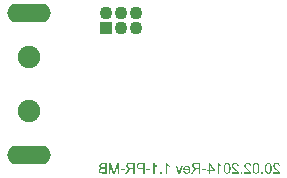
<source format=gbs>
%FSLAX44Y44*%
%MOMM*%
G71*
G01*
G75*
G04 Layer_Color=16711935*
%ADD10C,0.3000*%
%ADD11C,0.4000*%
%ADD12R,1.0000X1.0000*%
%ADD13R,2.1000X1.0000*%
%ADD14R,0.6000X0.6000*%
%ADD15R,3.9400X0.5000*%
%ADD16R,0.5000X2.0000*%
%ADD17R,2.6400X0.5000*%
%ADD18R,4.9000X0.5000*%
%ADD19R,0.5000X5.0000*%
%ADD20R,4.9000X0.9000*%
%ADD21R,0.5000X2.7000*%
%ADD22R,2.2000X1.0500*%
%ADD23R,1.0500X1.0000*%
%ADD24R,0.7500X0.6500*%
%ADD25R,0.2500X0.4000*%
%ADD26O,0.7500X0.2800*%
%ADD27O,0.2800X0.7500*%
%ADD28R,4.5000X4.5000*%
%ADD29R,0.6000X0.3500*%
%ADD30R,1.0000X1.6000*%
%ADD31R,0.6000X0.6000*%
%ADD32R,0.7000X0.9000*%
%ADD33C,0.1500*%
%ADD34C,0.2500*%
%ADD35R,0.5000X0.2259*%
%ADD36R,0.1818X0.4999*%
%ADD37R,0.4999X0.3145*%
%ADD38R,0.2939X0.5000*%
%ADD39R,0.2119X0.5000*%
%ADD40R,0.5860X0.9000*%
%ADD41R,0.4872X0.5000*%
%ADD42R,0.4658X0.5000*%
%ADD43R,0.4997X0.1609*%
%ADD44R,0.3013X0.5000*%
%ADD45R,0.8000X0.3000*%
%ADD46R,0.1270X0.9398*%
%ADD47R,1.0000X0.1000*%
%ADD48R,0.1000X0.7000*%
%ADD49R,0.9000X0.3000*%
%ADD50R,0.2000X0.8000*%
%ADD51R,0.2000X0.7000*%
%ADD52R,0.2000X0.6000*%
%ADD53R,0.8000X0.2000*%
%ADD54R,1.2056X0.3999*%
%ADD55R,0.2000X1.1000*%
%ADD56R,1.0562X0.1836*%
%ADD57R,0.5334X0.2032*%
%ADD58C,1.8000*%
%ADD59O,3.6000X1.5000*%
%ADD60C,1.0000*%
%ADD61R,1.0000X1.0000*%
%ADD62C,0.6000*%
%ADD63R,0.5000X15.1000*%
%ADD64R,1.2000X1.2000*%
%ADD65O,0.7000X0.2300*%
%ADD66O,0.2300X0.7000*%
%ADD67R,1.0000X1.0000*%
%ADD68R,0.5000X0.2500*%
%ADD69R,0.8000X1.4000*%
%ADD70R,1.1000X1.1000*%
%ADD71R,2.2000X1.1000*%
%ADD72R,0.7000X0.7000*%
%ADD73R,2.3000X1.1500*%
%ADD74R,1.1500X1.1000*%
%ADD75R,0.8500X0.7500*%
%ADD76O,0.8500X0.3800*%
%ADD77O,0.3800X0.8500*%
%ADD78R,0.7400X0.4900*%
%ADD79R,1.1000X1.7000*%
%ADD80R,0.7000X0.7000*%
%ADD81R,0.8000X1.0000*%
%ADD82C,1.9000*%
%ADD83O,3.7000X1.6000*%
%ADD84C,1.1000*%
%ADD85R,1.1000X1.1000*%
G36*
X2380848Y2443000D02*
X2379592D01*
Y2444257D01*
X2380848D01*
Y2443000D01*
D02*
G37*
G36*
X2357453Y2446161D02*
Y2445150D01*
X2353554D01*
Y2443000D01*
X2352453D01*
Y2445150D01*
X2351235D01*
Y2446161D01*
X2352453D01*
Y2451964D01*
X2353347D01*
X2357453Y2446161D01*
D02*
G37*
G36*
X2345471Y2443000D02*
X2344279D01*
Y2446977D01*
X2342751D01*
X2342608Y2446964D01*
X2342504D01*
X2342414Y2446951D01*
X2342349Y2446938D01*
X2342297D01*
X2342271Y2446925D01*
X2342258D01*
X2342051Y2446860D01*
X2341960Y2446821D01*
X2341882Y2446783D01*
X2341805Y2446744D01*
X2341753Y2446718D01*
X2341727Y2446705D01*
X2341714Y2446692D01*
X2341611Y2446614D01*
X2341507Y2446523D01*
X2341313Y2446329D01*
X2341222Y2446239D01*
X2341157Y2446161D01*
X2341118Y2446109D01*
X2341105Y2446096D01*
X2340976Y2445915D01*
X2340833Y2445720D01*
X2340691Y2445513D01*
X2340548Y2445319D01*
X2340432Y2445137D01*
X2340341Y2444995D01*
X2340302Y2444943D01*
X2340276Y2444904D01*
X2340250Y2444878D01*
Y2444865D01*
X2339072Y2443000D01*
X2337595D01*
X2339136Y2445435D01*
X2339318Y2445694D01*
X2339486Y2445928D01*
X2339655Y2446122D01*
X2339797Y2446303D01*
X2339926Y2446433D01*
X2340030Y2446537D01*
X2340095Y2446601D01*
X2340121Y2446627D01*
X2340224Y2446705D01*
X2340341Y2446796D01*
X2340574Y2446938D01*
X2340678Y2446990D01*
X2340755Y2447042D01*
X2340807Y2447068D01*
X2340833Y2447081D01*
X2340600Y2447119D01*
X2340380Y2447158D01*
X2340186Y2447223D01*
X2339991Y2447275D01*
X2339823Y2447340D01*
X2339667Y2447417D01*
X2339525Y2447482D01*
X2339395Y2447547D01*
X2339292Y2447625D01*
X2339188Y2447689D01*
X2339110Y2447741D01*
X2339046Y2447793D01*
X2338994Y2447832D01*
X2338955Y2447871D01*
X2338942Y2447884D01*
X2338929Y2447897D01*
X2338825Y2448026D01*
X2338722Y2448156D01*
X2338566Y2448428D01*
X2338463Y2448700D01*
X2338385Y2448959D01*
X2338333Y2449179D01*
X2338320Y2449270D01*
Y2449360D01*
X2338307Y2449425D01*
Y2449477D01*
Y2449503D01*
Y2449516D01*
X2338320Y2449788D01*
X2338359Y2450034D01*
X2338424Y2450267D01*
X2338489Y2450461D01*
X2338566Y2450630D01*
X2338618Y2450759D01*
X2338670Y2450837D01*
X2338683Y2450850D01*
Y2450863D01*
X2338838Y2451070D01*
X2338994Y2451252D01*
X2339162Y2451407D01*
X2339318Y2451524D01*
X2339460Y2451614D01*
X2339577Y2451666D01*
X2339655Y2451705D01*
X2339667Y2451718D01*
X2339680D01*
X2339797Y2451757D01*
X2339939Y2451796D01*
X2340224Y2451861D01*
X2340535Y2451899D01*
X2340820Y2451938D01*
X2341092Y2451951D01*
X2341209D01*
X2341313Y2451964D01*
X2345471D01*
Y2443000D01*
D02*
G37*
G36*
X2398271D02*
X2397015D01*
Y2444257D01*
X2398271D01*
Y2443000D01*
D02*
G37*
G36*
X2327853D02*
X2326804D01*
X2324330Y2449503D01*
X2325470D01*
X2326908Y2445526D01*
X2326998Y2445267D01*
X2327089Y2445034D01*
X2327154Y2444814D01*
X2327219Y2444645D01*
X2327258Y2444490D01*
X2327296Y2444386D01*
X2327309Y2444321D01*
X2327322Y2444295D01*
X2327400Y2444541D01*
X2327465Y2444788D01*
X2327543Y2445008D01*
X2327607Y2445202D01*
X2327659Y2445371D01*
X2327698Y2445500D01*
X2327711Y2445539D01*
X2327724Y2445578D01*
X2327737Y2445591D01*
Y2445604D01*
X2329136Y2449503D01*
X2330302D01*
X2327853Y2443000D01*
D02*
G37*
G36*
X2276594D02*
X2275454D01*
Y2450630D01*
X2272864Y2443000D01*
X2271801D01*
X2269185Y2450500D01*
Y2443000D01*
X2268045D01*
Y2451964D01*
X2269638D01*
X2271788Y2445720D01*
X2271905Y2445384D01*
X2271996Y2445099D01*
X2272086Y2444852D01*
X2272151Y2444645D01*
X2272203Y2444490D01*
X2272242Y2444373D01*
X2272255Y2444308D01*
X2272268Y2444283D01*
X2272320Y2444464D01*
X2272384Y2444671D01*
X2272462Y2444891D01*
X2272527Y2445112D01*
X2272592Y2445306D01*
X2272643Y2445461D01*
X2272669Y2445526D01*
X2272682Y2445565D01*
X2272695Y2445591D01*
Y2445604D01*
X2274820Y2451964D01*
X2276594D01*
Y2443000D01*
D02*
G37*
G36*
X2334175Y2449633D02*
X2334408Y2449607D01*
X2334628Y2449568D01*
X2334836Y2449503D01*
X2335030Y2449438D01*
X2335211Y2449360D01*
X2335380Y2449283D01*
X2335522Y2449192D01*
X2335665Y2449114D01*
X2335781Y2449024D01*
X2335885Y2448946D01*
X2335963Y2448881D01*
X2336027Y2448816D01*
X2336079Y2448777D01*
X2336105Y2448752D01*
X2336118Y2448739D01*
X2336261Y2448557D01*
X2336390Y2448363D01*
X2336507Y2448169D01*
X2336610Y2447961D01*
X2336688Y2447741D01*
X2336753Y2447534D01*
X2336856Y2447119D01*
X2336895Y2446938D01*
X2336921Y2446757D01*
X2336934Y2446601D01*
X2336947Y2446459D01*
X2336960Y2446342D01*
Y2446264D01*
Y2446200D01*
Y2446187D01*
X2336947Y2445902D01*
X2336921Y2445630D01*
X2336882Y2445371D01*
X2336830Y2445137D01*
X2336766Y2444917D01*
X2336701Y2444710D01*
X2336623Y2444529D01*
X2336546Y2444360D01*
X2336468Y2444218D01*
X2336390Y2444088D01*
X2336325Y2443985D01*
X2336261Y2443894D01*
X2336209Y2443816D01*
X2336170Y2443764D01*
X2336144Y2443738D01*
X2336131Y2443725D01*
X2335963Y2443570D01*
X2335794Y2443441D01*
X2335613Y2443324D01*
X2335419Y2443220D01*
X2335237Y2443143D01*
X2335043Y2443065D01*
X2334680Y2442961D01*
X2334512Y2442935D01*
X2334356Y2442909D01*
X2334214Y2442883D01*
X2334097Y2442870D01*
X2334007Y2442858D01*
X2333864D01*
X2333462Y2442883D01*
X2333100Y2442948D01*
X2332776Y2443026D01*
X2332646Y2443078D01*
X2332517Y2443130D01*
X2332400Y2443181D01*
X2332297Y2443233D01*
X2332219Y2443272D01*
X2332141Y2443311D01*
X2332089Y2443350D01*
X2332050Y2443376D01*
X2332025Y2443402D01*
X2332012D01*
X2331752Y2443635D01*
X2331545Y2443881D01*
X2331364Y2444140D01*
X2331234Y2444386D01*
X2331131Y2444606D01*
X2331092Y2444710D01*
X2331053Y2444788D01*
X2331027Y2444865D01*
X2331014Y2444917D01*
X2331001Y2444943D01*
Y2444956D01*
X2332141Y2445099D01*
X2332245Y2444852D01*
X2332361Y2444645D01*
X2332478Y2444464D01*
X2332582Y2444321D01*
X2332672Y2444218D01*
X2332750Y2444140D01*
X2332815Y2444088D01*
X2332828Y2444075D01*
X2332996Y2443972D01*
X2333165Y2443894D01*
X2333346Y2443842D01*
X2333501Y2443803D01*
X2333644Y2443777D01*
X2333760Y2443764D01*
X2333864D01*
X2334019Y2443777D01*
X2334162Y2443790D01*
X2334421Y2443855D01*
X2334654Y2443946D01*
X2334861Y2444049D01*
X2335017Y2444140D01*
X2335134Y2444231D01*
X2335211Y2444295D01*
X2335224Y2444321D01*
X2335237D01*
X2335419Y2444554D01*
X2335561Y2444814D01*
X2335665Y2445099D01*
X2335742Y2445358D01*
X2335781Y2445591D01*
X2335807Y2445694D01*
X2335820Y2445785D01*
Y2445863D01*
X2335833Y2445915D01*
Y2445954D01*
Y2445966D01*
X2330975D01*
X2330962Y2446096D01*
Y2446187D01*
Y2446239D01*
Y2446252D01*
X2330975Y2446549D01*
X2331001Y2446821D01*
X2331040Y2447081D01*
X2331092Y2447327D01*
X2331157Y2447547D01*
X2331221Y2447754D01*
X2331299Y2447935D01*
X2331377Y2448104D01*
X2331455Y2448259D01*
X2331532Y2448389D01*
X2331597Y2448492D01*
X2331662Y2448583D01*
X2331714Y2448661D01*
X2331752Y2448713D01*
X2331778Y2448739D01*
X2331791Y2448752D01*
X2331947Y2448907D01*
X2332115Y2449050D01*
X2332297Y2449166D01*
X2332478Y2449270D01*
X2332659Y2449360D01*
X2332828Y2449425D01*
X2333009Y2449490D01*
X2333165Y2449529D01*
X2333333Y2449568D01*
X2333475Y2449594D01*
X2333605Y2449619D01*
X2333709Y2449633D01*
X2333799Y2449645D01*
X2333929D01*
X2334175Y2449633D01*
D02*
G37*
G36*
X2403284Y2451977D02*
X2403608Y2451925D01*
X2403880Y2451835D01*
X2404114Y2451744D01*
X2404308Y2451640D01*
X2404386Y2451602D01*
X2404450Y2451550D01*
X2404502Y2451524D01*
X2404541Y2451498D01*
X2404554Y2451472D01*
X2404567D01*
X2404800Y2451265D01*
X2404994Y2451019D01*
X2405163Y2450772D01*
X2405292Y2450539D01*
X2405396Y2450319D01*
X2405448Y2450228D01*
X2405474Y2450138D01*
X2405500Y2450073D01*
X2405526Y2450021D01*
X2405538Y2449995D01*
Y2449982D01*
X2405590Y2449788D01*
X2405642Y2449594D01*
X2405720Y2449166D01*
X2405785Y2448739D01*
X2405824Y2448337D01*
X2405836Y2448143D01*
X2405849Y2447974D01*
Y2447819D01*
X2405862Y2447676D01*
Y2447573D01*
Y2447482D01*
Y2447430D01*
Y2447417D01*
X2405849Y2446964D01*
X2405824Y2446537D01*
X2405785Y2446148D01*
X2405720Y2445785D01*
X2405655Y2445448D01*
X2405577Y2445150D01*
X2405500Y2444878D01*
X2405422Y2444645D01*
X2405344Y2444438D01*
X2405253Y2444257D01*
X2405189Y2444101D01*
X2405124Y2443985D01*
X2405059Y2443881D01*
X2405020Y2443816D01*
X2404994Y2443777D01*
X2404982Y2443764D01*
X2404839Y2443609D01*
X2404684Y2443466D01*
X2404515Y2443337D01*
X2404347Y2443233D01*
X2404178Y2443143D01*
X2404010Y2443065D01*
X2403842Y2443013D01*
X2403686Y2442961D01*
X2403531Y2442922D01*
X2403388Y2442896D01*
X2403259Y2442870D01*
X2403155Y2442858D01*
X2403064Y2442845D01*
X2402935D01*
X2402585Y2442870D01*
X2402261Y2442922D01*
X2401989Y2443013D01*
X2401756Y2443104D01*
X2401562Y2443194D01*
X2401497Y2443246D01*
X2401432Y2443285D01*
X2401380Y2443311D01*
X2401341Y2443337D01*
X2401328Y2443363D01*
X2401315D01*
X2401082Y2443583D01*
X2400888Y2443816D01*
X2400720Y2444075D01*
X2400590Y2444308D01*
X2400486Y2444529D01*
X2400435Y2444619D01*
X2400409Y2444710D01*
X2400383Y2444775D01*
X2400357Y2444827D01*
X2400344Y2444852D01*
Y2444865D01*
X2400279Y2445060D01*
X2400227Y2445254D01*
X2400150Y2445668D01*
X2400085Y2446096D01*
X2400046Y2446511D01*
X2400033Y2446692D01*
X2400020Y2446860D01*
Y2447016D01*
X2400007Y2447158D01*
Y2447262D01*
Y2447353D01*
Y2447404D01*
Y2447417D01*
Y2447664D01*
X2400020Y2447897D01*
Y2448104D01*
X2400033Y2448311D01*
X2400059Y2448492D01*
X2400072Y2448674D01*
X2400085Y2448829D01*
X2400111Y2448972D01*
X2400124Y2449101D01*
X2400150Y2449218D01*
X2400163Y2449309D01*
X2400175Y2449386D01*
X2400188Y2449451D01*
X2400201Y2449490D01*
X2400214Y2449516D01*
Y2449529D01*
X2400292Y2449814D01*
X2400383Y2450073D01*
X2400486Y2450293D01*
X2400564Y2450487D01*
X2400655Y2450656D01*
X2400707Y2450772D01*
X2400759Y2450837D01*
X2400771Y2450863D01*
X2400914Y2451057D01*
X2401056Y2451226D01*
X2401212Y2451368D01*
X2401354Y2451498D01*
X2401484Y2451588D01*
X2401588Y2451653D01*
X2401652Y2451692D01*
X2401665Y2451705D01*
X2401678D01*
X2401886Y2451809D01*
X2402106Y2451873D01*
X2402313Y2451925D01*
X2402507Y2451964D01*
X2402676Y2451990D01*
X2402818Y2452003D01*
X2402935D01*
X2403284Y2451977D01*
D02*
G37*
G36*
X2392831D02*
X2393154Y2451925D01*
X2393427Y2451835D01*
X2393660Y2451744D01*
X2393854Y2451640D01*
X2393932Y2451602D01*
X2393996Y2451550D01*
X2394048Y2451524D01*
X2394087Y2451498D01*
X2394100Y2451472D01*
X2394113D01*
X2394346Y2451265D01*
X2394541Y2451019D01*
X2394709Y2450772D01*
X2394839Y2450539D01*
X2394942Y2450319D01*
X2394994Y2450228D01*
X2395020Y2450138D01*
X2395046Y2450073D01*
X2395072Y2450021D01*
X2395085Y2449995D01*
Y2449982D01*
X2395136Y2449788D01*
X2395188Y2449594D01*
X2395266Y2449166D01*
X2395331Y2448739D01*
X2395370Y2448337D01*
X2395383Y2448143D01*
X2395396Y2447974D01*
Y2447819D01*
X2395408Y2447676D01*
Y2447573D01*
Y2447482D01*
Y2447430D01*
Y2447417D01*
X2395396Y2446964D01*
X2395370Y2446537D01*
X2395331Y2446148D01*
X2395266Y2445785D01*
X2395201Y2445448D01*
X2395123Y2445150D01*
X2395046Y2444878D01*
X2394968Y2444645D01*
X2394890Y2444438D01*
X2394800Y2444257D01*
X2394735Y2444101D01*
X2394670Y2443985D01*
X2394605Y2443881D01*
X2394566Y2443816D01*
X2394541Y2443777D01*
X2394528Y2443764D01*
X2394385Y2443609D01*
X2394230Y2443466D01*
X2394061Y2443337D01*
X2393893Y2443233D01*
X2393724Y2443143D01*
X2393556Y2443065D01*
X2393388Y2443013D01*
X2393232Y2442961D01*
X2393077Y2442922D01*
X2392934Y2442896D01*
X2392805Y2442870D01*
X2392701Y2442858D01*
X2392610Y2442845D01*
X2392481D01*
X2392131Y2442870D01*
X2391807Y2442922D01*
X2391535Y2443013D01*
X2391302Y2443104D01*
X2391108Y2443194D01*
X2391043Y2443246D01*
X2390978Y2443285D01*
X2390926Y2443311D01*
X2390887Y2443337D01*
X2390875Y2443363D01*
X2390862D01*
X2390628Y2443583D01*
X2390434Y2443816D01*
X2390266Y2444075D01*
X2390136Y2444308D01*
X2390033Y2444529D01*
X2389981Y2444619D01*
X2389955Y2444710D01*
X2389929Y2444775D01*
X2389903Y2444827D01*
X2389890Y2444852D01*
Y2444865D01*
X2389825Y2445060D01*
X2389774Y2445254D01*
X2389696Y2445668D01*
X2389631Y2446096D01*
X2389592Y2446511D01*
X2389579Y2446692D01*
X2389566Y2446860D01*
Y2447016D01*
X2389553Y2447158D01*
Y2447262D01*
Y2447353D01*
Y2447404D01*
Y2447417D01*
Y2447664D01*
X2389566Y2447897D01*
Y2448104D01*
X2389579Y2448311D01*
X2389605Y2448492D01*
X2389618Y2448674D01*
X2389631Y2448829D01*
X2389657Y2448972D01*
X2389670Y2449101D01*
X2389696Y2449218D01*
X2389709Y2449309D01*
X2389722Y2449386D01*
X2389735Y2449451D01*
X2389748Y2449490D01*
X2389760Y2449516D01*
Y2449529D01*
X2389838Y2449814D01*
X2389929Y2450073D01*
X2390033Y2450293D01*
X2390110Y2450487D01*
X2390201Y2450656D01*
X2390253Y2450772D01*
X2390305Y2450837D01*
X2390318Y2450863D01*
X2390460Y2451057D01*
X2390603Y2451226D01*
X2390758Y2451368D01*
X2390901Y2451498D01*
X2391030Y2451588D01*
X2391134Y2451653D01*
X2391198Y2451692D01*
X2391211Y2451705D01*
X2391224D01*
X2391432Y2451809D01*
X2391652Y2451873D01*
X2391859Y2451925D01*
X2392053Y2451964D01*
X2392222Y2451990D01*
X2392364Y2452003D01*
X2392481D01*
X2392831Y2451977D01*
D02*
G37*
G36*
X2368438D02*
X2368762Y2451925D01*
X2369034Y2451835D01*
X2369267Y2451744D01*
X2369462Y2451640D01*
X2369539Y2451602D01*
X2369604Y2451550D01*
X2369656Y2451524D01*
X2369695Y2451498D01*
X2369708Y2451472D01*
X2369721D01*
X2369954Y2451265D01*
X2370148Y2451019D01*
X2370317Y2450772D01*
X2370446Y2450539D01*
X2370550Y2450319D01*
X2370602Y2450228D01*
X2370627Y2450138D01*
X2370653Y2450073D01*
X2370679Y2450021D01*
X2370692Y2449995D01*
Y2449982D01*
X2370744Y2449788D01*
X2370796Y2449594D01*
X2370874Y2449166D01*
X2370938Y2448739D01*
X2370977Y2448337D01*
X2370990Y2448143D01*
X2371003Y2447974D01*
Y2447819D01*
X2371016Y2447676D01*
Y2447573D01*
Y2447482D01*
Y2447430D01*
Y2447417D01*
X2371003Y2446964D01*
X2370977Y2446537D01*
X2370938Y2446148D01*
X2370874Y2445785D01*
X2370809Y2445448D01*
X2370731Y2445150D01*
X2370653Y2444878D01*
X2370576Y2444645D01*
X2370498Y2444438D01*
X2370407Y2444257D01*
X2370343Y2444101D01*
X2370278Y2443985D01*
X2370213Y2443881D01*
X2370174Y2443816D01*
X2370148Y2443777D01*
X2370135Y2443764D01*
X2369993Y2443609D01*
X2369837Y2443466D01*
X2369669Y2443337D01*
X2369500Y2443233D01*
X2369332Y2443143D01*
X2369164Y2443065D01*
X2368995Y2443013D01*
X2368840Y2442961D01*
X2368684Y2442922D01*
X2368542Y2442896D01*
X2368412Y2442870D01*
X2368309Y2442858D01*
X2368218Y2442845D01*
X2368089D01*
X2367739Y2442870D01*
X2367415Y2442922D01*
X2367143Y2443013D01*
X2366910Y2443104D01*
X2366715Y2443194D01*
X2366651Y2443246D01*
X2366586Y2443285D01*
X2366534Y2443311D01*
X2366495Y2443337D01*
X2366482Y2443363D01*
X2366469D01*
X2366236Y2443583D01*
X2366042Y2443816D01*
X2365873Y2444075D01*
X2365744Y2444308D01*
X2365640Y2444529D01*
X2365588Y2444619D01*
X2365562Y2444710D01*
X2365536Y2444775D01*
X2365511Y2444827D01*
X2365498Y2444852D01*
Y2444865D01*
X2365433Y2445060D01*
X2365381Y2445254D01*
X2365303Y2445668D01*
X2365239Y2446096D01*
X2365200Y2446511D01*
X2365187Y2446692D01*
X2365174Y2446860D01*
Y2447016D01*
X2365161Y2447158D01*
Y2447262D01*
Y2447353D01*
Y2447404D01*
Y2447417D01*
Y2447664D01*
X2365174Y2447897D01*
Y2448104D01*
X2365187Y2448311D01*
X2365213Y2448492D01*
X2365226Y2448674D01*
X2365239Y2448829D01*
X2365264Y2448972D01*
X2365278Y2449101D01*
X2365303Y2449218D01*
X2365316Y2449309D01*
X2365329Y2449386D01*
X2365342Y2449451D01*
X2365355Y2449490D01*
X2365368Y2449516D01*
Y2449529D01*
X2365446Y2449814D01*
X2365536Y2450073D01*
X2365640Y2450293D01*
X2365718Y2450487D01*
X2365809Y2450656D01*
X2365860Y2450772D01*
X2365912Y2450837D01*
X2365925Y2450863D01*
X2366068Y2451057D01*
X2366210Y2451226D01*
X2366366Y2451368D01*
X2366508Y2451498D01*
X2366638Y2451588D01*
X2366741Y2451653D01*
X2366806Y2451692D01*
X2366819Y2451705D01*
X2366832D01*
X2367039Y2451809D01*
X2367259Y2451873D01*
X2367467Y2451925D01*
X2367661Y2451964D01*
X2367829Y2451990D01*
X2367972Y2452003D01*
X2368089D01*
X2368438Y2451977D01*
D02*
G37*
G36*
X2266166Y2443000D02*
X2262747D01*
X2262436Y2443013D01*
X2262164Y2443026D01*
X2261918Y2443052D01*
X2261710Y2443078D01*
X2261542Y2443104D01*
X2261412Y2443117D01*
X2261335Y2443143D01*
X2261309D01*
X2261088Y2443207D01*
X2260907Y2443272D01*
X2260739Y2443350D01*
X2260596Y2443427D01*
X2260480Y2443479D01*
X2260389Y2443531D01*
X2260337Y2443570D01*
X2260324Y2443583D01*
X2260182Y2443699D01*
X2260052Y2443842D01*
X2259948Y2443985D01*
X2259845Y2444114D01*
X2259767Y2444244D01*
X2259715Y2444334D01*
X2259677Y2444399D01*
X2259664Y2444425D01*
X2259573Y2444632D01*
X2259508Y2444839D01*
X2259456Y2445034D01*
X2259430Y2445215D01*
X2259404Y2445371D01*
X2259391Y2445500D01*
Y2445578D01*
Y2445591D01*
Y2445604D01*
X2259404Y2445889D01*
X2259456Y2446148D01*
X2259534Y2446368D01*
X2259612Y2446575D01*
X2259689Y2446731D01*
X2259767Y2446847D01*
X2259819Y2446925D01*
X2259832Y2446951D01*
X2260013Y2447158D01*
X2260208Y2447327D01*
X2260428Y2447469D01*
X2260622Y2447586D01*
X2260804Y2447676D01*
X2260959Y2447728D01*
X2261011Y2447754D01*
X2261050Y2447767D01*
X2261075Y2447780D01*
X2261088D01*
X2260868Y2447910D01*
X2260674Y2448039D01*
X2260518Y2448182D01*
X2260389Y2448311D01*
X2260285Y2448415D01*
X2260208Y2448518D01*
X2260169Y2448570D01*
X2260156Y2448596D01*
X2260052Y2448790D01*
X2259974Y2448972D01*
X2259910Y2449153D01*
X2259871Y2449322D01*
X2259845Y2449464D01*
X2259832Y2449581D01*
Y2449645D01*
Y2449671D01*
X2259845Y2449892D01*
X2259884Y2450112D01*
X2259948Y2450306D01*
X2260013Y2450487D01*
X2260078Y2450643D01*
X2260143Y2450746D01*
X2260182Y2450824D01*
X2260195Y2450850D01*
X2260337Y2451044D01*
X2260493Y2451226D01*
X2260661Y2451368D01*
X2260816Y2451485D01*
X2260946Y2451576D01*
X2261062Y2451640D01*
X2261140Y2451679D01*
X2261153Y2451692D01*
X2261166D01*
X2261412Y2451783D01*
X2261684Y2451848D01*
X2261956Y2451899D01*
X2262215Y2451925D01*
X2262449Y2451951D01*
X2262552D01*
X2262643Y2451964D01*
X2266166D01*
Y2443000D01*
D02*
G37*
G36*
X2312581D02*
X2311324D01*
Y2444257D01*
X2312581D01*
Y2443000D01*
D02*
G37*
G36*
X2298124D02*
X2296932D01*
Y2446640D01*
X2294639D01*
X2294303Y2446653D01*
X2293979Y2446679D01*
X2293694Y2446718D01*
X2293435Y2446770D01*
X2293188Y2446821D01*
X2292981Y2446886D01*
X2292787Y2446964D01*
X2292619Y2447042D01*
X2292476Y2447106D01*
X2292346Y2447184D01*
X2292243Y2447249D01*
X2292165Y2447314D01*
X2292100Y2447353D01*
X2292061Y2447391D01*
X2292036Y2447417D01*
X2292023Y2447430D01*
X2291893Y2447586D01*
X2291776Y2447741D01*
X2291686Y2447897D01*
X2291595Y2448065D01*
X2291517Y2448233D01*
X2291466Y2448389D01*
X2291375Y2448687D01*
X2291349Y2448829D01*
X2291323Y2448959D01*
X2291310Y2449075D01*
X2291297Y2449166D01*
X2291284Y2449257D01*
Y2449309D01*
Y2449348D01*
Y2449360D01*
X2291297Y2449607D01*
X2291323Y2449840D01*
X2291375Y2450047D01*
X2291414Y2450228D01*
X2291466Y2450384D01*
X2291517Y2450500D01*
X2291543Y2450565D01*
X2291556Y2450591D01*
X2291660Y2450785D01*
X2291789Y2450954D01*
X2291906Y2451109D01*
X2292023Y2451226D01*
X2292126Y2451317D01*
X2292204Y2451394D01*
X2292256Y2451433D01*
X2292282Y2451446D01*
X2292450Y2451550D01*
X2292644Y2451640D01*
X2292826Y2451718D01*
X2292994Y2451783D01*
X2293150Y2451822D01*
X2293266Y2451848D01*
X2293357Y2451873D01*
X2293383D01*
X2293577Y2451899D01*
X2293797Y2451925D01*
X2294030Y2451938D01*
X2294251Y2451951D01*
X2294445Y2451964D01*
X2298124D01*
Y2443000D01*
D02*
G37*
G36*
X2289756D02*
X2288564D01*
Y2446977D01*
X2287035D01*
X2286893Y2446964D01*
X2286789D01*
X2286698Y2446951D01*
X2286634Y2446938D01*
X2286582D01*
X2286556Y2446925D01*
X2286543D01*
X2286336Y2446860D01*
X2286245Y2446821D01*
X2286167Y2446783D01*
X2286090Y2446744D01*
X2286038Y2446718D01*
X2286012Y2446705D01*
X2285999Y2446692D01*
X2285895Y2446614D01*
X2285792Y2446523D01*
X2285597Y2446329D01*
X2285507Y2446239D01*
X2285442Y2446161D01*
X2285403Y2446109D01*
X2285390Y2446096D01*
X2285261Y2445915D01*
X2285118Y2445720D01*
X2284976Y2445513D01*
X2284833Y2445319D01*
X2284716Y2445137D01*
X2284626Y2444995D01*
X2284587Y2444943D01*
X2284561Y2444904D01*
X2284535Y2444878D01*
Y2444865D01*
X2283356Y2443000D01*
X2281880D01*
X2283421Y2445435D01*
X2283602Y2445694D01*
X2283771Y2445928D01*
X2283939Y2446122D01*
X2284082Y2446303D01*
X2284211Y2446433D01*
X2284315Y2446537D01*
X2284380Y2446601D01*
X2284406Y2446627D01*
X2284509Y2446705D01*
X2284626Y2446796D01*
X2284859Y2446938D01*
X2284963Y2446990D01*
X2285040Y2447042D01*
X2285092Y2447068D01*
X2285118Y2447081D01*
X2284885Y2447119D01*
X2284665Y2447158D01*
X2284470Y2447223D01*
X2284276Y2447275D01*
X2284108Y2447340D01*
X2283952Y2447417D01*
X2283810Y2447482D01*
X2283680Y2447547D01*
X2283577Y2447625D01*
X2283473Y2447689D01*
X2283395Y2447741D01*
X2283331Y2447793D01*
X2283279Y2447832D01*
X2283240Y2447871D01*
X2283227Y2447884D01*
X2283214Y2447897D01*
X2283110Y2448026D01*
X2283007Y2448156D01*
X2282851Y2448428D01*
X2282747Y2448700D01*
X2282670Y2448959D01*
X2282618Y2449179D01*
X2282605Y2449270D01*
Y2449360D01*
X2282592Y2449425D01*
Y2449477D01*
Y2449503D01*
Y2449516D01*
X2282605Y2449788D01*
X2282644Y2450034D01*
X2282709Y2450267D01*
X2282773Y2450461D01*
X2282851Y2450630D01*
X2282903Y2450759D01*
X2282955Y2450837D01*
X2282968Y2450850D01*
Y2450863D01*
X2283123Y2451070D01*
X2283279Y2451252D01*
X2283447Y2451407D01*
X2283602Y2451524D01*
X2283745Y2451614D01*
X2283862Y2451666D01*
X2283939Y2451705D01*
X2283952Y2451718D01*
X2283965D01*
X2284082Y2451757D01*
X2284224Y2451796D01*
X2284509Y2451861D01*
X2284820Y2451899D01*
X2285105Y2451938D01*
X2285377Y2451951D01*
X2285494D01*
X2285597Y2451964D01*
X2289756D01*
Y2443000D01*
D02*
G37*
G36*
X2281310Y2445694D02*
X2277903D01*
Y2446796D01*
X2281310D01*
Y2445694D01*
D02*
G37*
G36*
X2360744Y2451783D02*
X2360886Y2451576D01*
X2361055Y2451368D01*
X2361210Y2451187D01*
X2361365Y2451031D01*
X2361482Y2450902D01*
X2361534Y2450863D01*
X2361573Y2450824D01*
X2361586Y2450811D01*
X2361599Y2450798D01*
X2361871Y2450578D01*
X2362143Y2450371D01*
X2362402Y2450190D01*
X2362661Y2450047D01*
X2362881Y2449917D01*
X2362972Y2449866D01*
X2363049Y2449827D01*
X2363114Y2449788D01*
X2363166Y2449775D01*
X2363192Y2449749D01*
X2363205D01*
Y2448687D01*
X2363011Y2448764D01*
X2362816Y2448855D01*
X2362622Y2448946D01*
X2362440Y2449037D01*
X2362285Y2449114D01*
X2362155Y2449179D01*
X2362078Y2449231D01*
X2362065Y2449244D01*
X2362052D01*
X2361819Y2449386D01*
X2361611Y2449529D01*
X2361430Y2449658D01*
X2361288Y2449775D01*
X2361158Y2449866D01*
X2361080Y2449943D01*
X2361016Y2449995D01*
X2361003Y2450008D01*
Y2443000D01*
X2359902D01*
Y2452003D01*
X2360614D01*
X2360744Y2451783D01*
D02*
G37*
G36*
X2375252Y2451990D02*
X2375472Y2451977D01*
X2375679Y2451938D01*
X2375874Y2451899D01*
X2376055Y2451848D01*
X2376224Y2451796D01*
X2376379Y2451731D01*
X2376521Y2451666D01*
X2376651Y2451602D01*
X2376755Y2451537D01*
X2376845Y2451485D01*
X2376923Y2451433D01*
X2376988Y2451394D01*
X2377027Y2451355D01*
X2377053Y2451342D01*
X2377066Y2451329D01*
X2377195Y2451200D01*
X2377312Y2451057D01*
X2377428Y2450902D01*
X2377519Y2450746D01*
X2377674Y2450436D01*
X2377778Y2450125D01*
X2377817Y2449982D01*
X2377856Y2449840D01*
X2377882Y2449723D01*
X2377908Y2449619D01*
X2377921Y2449529D01*
Y2449464D01*
X2377934Y2449425D01*
Y2449412D01*
X2376806Y2449296D01*
X2376781Y2449594D01*
X2376729Y2449853D01*
X2376651Y2450086D01*
X2376560Y2450267D01*
X2376483Y2450423D01*
X2376405Y2450526D01*
X2376353Y2450591D01*
X2376327Y2450617D01*
X2376133Y2450772D01*
X2375926Y2450889D01*
X2375705Y2450980D01*
X2375511Y2451031D01*
X2375330Y2451070D01*
X2375174Y2451083D01*
X2375123Y2451096D01*
X2375045D01*
X2374773Y2451083D01*
X2374527Y2451031D01*
X2374319Y2450954D01*
X2374138Y2450876D01*
X2373996Y2450785D01*
X2373905Y2450721D01*
X2373840Y2450669D01*
X2373814Y2450643D01*
X2373659Y2450461D01*
X2373542Y2450280D01*
X2373451Y2450099D01*
X2373400Y2449917D01*
X2373361Y2449775D01*
X2373348Y2449645D01*
X2373335Y2449568D01*
Y2449555D01*
Y2449542D01*
X2373361Y2449309D01*
X2373413Y2449062D01*
X2373503Y2448842D01*
X2373594Y2448635D01*
X2373698Y2448467D01*
X2373788Y2448324D01*
X2373814Y2448272D01*
X2373840Y2448233D01*
X2373866Y2448221D01*
Y2448208D01*
X2373970Y2448065D01*
X2374099Y2447923D01*
X2374242Y2447767D01*
X2374397Y2447612D01*
X2374721Y2447301D01*
X2375045Y2446990D01*
X2375213Y2446847D01*
X2375356Y2446718D01*
X2375498Y2446601D01*
X2375615Y2446498D01*
X2375705Y2446420D01*
X2375783Y2446355D01*
X2375835Y2446316D01*
X2375848Y2446303D01*
X2376172Y2446031D01*
X2376470Y2445772D01*
X2376716Y2445539D01*
X2376910Y2445345D01*
X2377079Y2445176D01*
X2377195Y2445060D01*
X2377260Y2444982D01*
X2377286Y2444969D01*
Y2444956D01*
X2377467Y2444736D01*
X2377610Y2444529D01*
X2377739Y2444321D01*
X2377843Y2444140D01*
X2377921Y2443985D01*
X2377972Y2443868D01*
X2377998Y2443790D01*
X2378011Y2443777D01*
Y2443764D01*
X2378063Y2443622D01*
X2378089Y2443492D01*
X2378115Y2443363D01*
X2378128Y2443246D01*
X2378141Y2443143D01*
Y2443065D01*
Y2443013D01*
Y2443000D01*
X2372195D01*
Y2444062D01*
X2376612D01*
X2376457Y2444283D01*
X2376379Y2444373D01*
X2376314Y2444464D01*
X2376250Y2444541D01*
X2376198Y2444593D01*
X2376159Y2444632D01*
X2376146Y2444645D01*
X2376081Y2444710D01*
X2376003Y2444775D01*
X2375822Y2444943D01*
X2375615Y2445137D01*
X2375394Y2445332D01*
X2375187Y2445500D01*
X2375097Y2445578D01*
X2375019Y2445656D01*
X2374954Y2445707D01*
X2374902Y2445746D01*
X2374876Y2445772D01*
X2374863Y2445785D01*
X2374656Y2445966D01*
X2374449Y2446135D01*
X2374267Y2446303D01*
X2374099Y2446446D01*
X2373944Y2446588D01*
X2373814Y2446718D01*
X2373685Y2446834D01*
X2373581Y2446938D01*
X2373477Y2447042D01*
X2373400Y2447119D01*
X2373335Y2447184D01*
X2373270Y2447249D01*
X2373205Y2447327D01*
X2373179Y2447353D01*
X2372998Y2447573D01*
X2372843Y2447767D01*
X2372713Y2447961D01*
X2372609Y2448117D01*
X2372532Y2448259D01*
X2372480Y2448363D01*
X2372454Y2448428D01*
X2372441Y2448454D01*
X2372363Y2448648D01*
X2372312Y2448842D01*
X2372260Y2449024D01*
X2372234Y2449179D01*
X2372221Y2449322D01*
X2372208Y2449425D01*
Y2449490D01*
Y2449516D01*
X2372221Y2449710D01*
X2372247Y2449892D01*
X2372273Y2450073D01*
X2372324Y2450228D01*
X2372454Y2450539D01*
X2372583Y2450785D01*
X2372661Y2450902D01*
X2372726Y2450993D01*
X2372791Y2451083D01*
X2372856Y2451148D01*
X2372907Y2451200D01*
X2372933Y2451252D01*
X2372959Y2451265D01*
X2372972Y2451278D01*
X2373115Y2451407D01*
X2373270Y2451524D01*
X2373439Y2451614D01*
X2373607Y2451692D01*
X2373944Y2451822D01*
X2374281Y2451912D01*
X2374423Y2451938D01*
X2374565Y2451964D01*
X2374695Y2451977D01*
X2374799Y2451990D01*
X2374889Y2452003D01*
X2375019D01*
X2375252Y2451990D01*
D02*
G37*
G36*
X2306414Y2451783D02*
X2306557Y2451576D01*
X2306725Y2451368D01*
X2306881Y2451187D01*
X2307036Y2451031D01*
X2307153Y2450902D01*
X2307205Y2450863D01*
X2307243Y2450824D01*
X2307256Y2450811D01*
X2307269Y2450798D01*
X2307542Y2450578D01*
X2307814Y2450371D01*
X2308073Y2450190D01*
X2308332Y2450047D01*
X2308552Y2449917D01*
X2308643Y2449866D01*
X2308720Y2449827D01*
X2308785Y2449788D01*
X2308837Y2449775D01*
X2308863Y2449749D01*
X2308876D01*
Y2448687D01*
X2308681Y2448764D01*
X2308487Y2448855D01*
X2308293Y2448946D01*
X2308112Y2449037D01*
X2307956Y2449114D01*
X2307827Y2449179D01*
X2307749Y2449231D01*
X2307736Y2449244D01*
X2307723D01*
X2307490Y2449386D01*
X2307282Y2449529D01*
X2307101Y2449658D01*
X2306959Y2449775D01*
X2306829Y2449866D01*
X2306751Y2449943D01*
X2306687Y2449995D01*
X2306674Y2450008D01*
Y2443000D01*
X2305573D01*
Y2452003D01*
X2306285D01*
X2306414Y2451783D01*
D02*
G37*
G36*
X2316868D02*
X2317011Y2451576D01*
X2317179Y2451368D01*
X2317335Y2451187D01*
X2317490Y2451031D01*
X2317607Y2450902D01*
X2317659Y2450863D01*
X2317697Y2450824D01*
X2317710Y2450811D01*
X2317723Y2450798D01*
X2317995Y2450578D01*
X2318267Y2450371D01*
X2318526Y2450190D01*
X2318786Y2450047D01*
X2319006Y2449917D01*
X2319097Y2449866D01*
X2319174Y2449827D01*
X2319239Y2449788D01*
X2319291Y2449775D01*
X2319317Y2449749D01*
X2319330D01*
Y2448687D01*
X2319135Y2448764D01*
X2318941Y2448855D01*
X2318747Y2448946D01*
X2318565Y2449037D01*
X2318410Y2449114D01*
X2318280Y2449179D01*
X2318203Y2449231D01*
X2318190Y2449244D01*
X2318177D01*
X2317944Y2449386D01*
X2317736Y2449529D01*
X2317555Y2449658D01*
X2317412Y2449775D01*
X2317283Y2449866D01*
X2317205Y2449943D01*
X2317140Y2449995D01*
X2317127Y2450008D01*
Y2443000D01*
X2316026D01*
Y2452003D01*
X2316739D01*
X2316868Y2451783D01*
D02*
G37*
G36*
X2350238Y2445694D02*
X2346831D01*
Y2446796D01*
X2350238D01*
Y2445694D01*
D02*
G37*
G36*
X2302878D02*
X2299471D01*
Y2446796D01*
X2302878D01*
Y2445694D01*
D02*
G37*
G36*
X2385706Y2451990D02*
X2385926Y2451977D01*
X2386133Y2451938D01*
X2386328Y2451899D01*
X2386509Y2451848D01*
X2386678Y2451796D01*
X2386833Y2451731D01*
X2386975Y2451666D01*
X2387105Y2451602D01*
X2387209Y2451537D01*
X2387299Y2451485D01*
X2387377Y2451433D01*
X2387442Y2451394D01*
X2387481Y2451355D01*
X2387507Y2451342D01*
X2387520Y2451329D01*
X2387649Y2451200D01*
X2387766Y2451057D01*
X2387882Y2450902D01*
X2387973Y2450746D01*
X2388128Y2450436D01*
X2388232Y2450125D01*
X2388271Y2449982D01*
X2388310Y2449840D01*
X2388336Y2449723D01*
X2388362Y2449619D01*
X2388374Y2449529D01*
Y2449464D01*
X2388387Y2449425D01*
Y2449412D01*
X2387260Y2449296D01*
X2387234Y2449594D01*
X2387183Y2449853D01*
X2387105Y2450086D01*
X2387014Y2450267D01*
X2386937Y2450423D01*
X2386859Y2450526D01*
X2386807Y2450591D01*
X2386781Y2450617D01*
X2386587Y2450772D01*
X2386380Y2450889D01*
X2386159Y2450980D01*
X2385965Y2451031D01*
X2385784Y2451070D01*
X2385628Y2451083D01*
X2385576Y2451096D01*
X2385499D01*
X2385227Y2451083D01*
X2384980Y2451031D01*
X2384773Y2450954D01*
X2384592Y2450876D01*
X2384449Y2450785D01*
X2384359Y2450721D01*
X2384294Y2450669D01*
X2384268Y2450643D01*
X2384113Y2450461D01*
X2383996Y2450280D01*
X2383905Y2450099D01*
X2383853Y2449917D01*
X2383815Y2449775D01*
X2383802Y2449645D01*
X2383789Y2449568D01*
Y2449555D01*
Y2449542D01*
X2383815Y2449309D01*
X2383866Y2449062D01*
X2383957Y2448842D01*
X2384048Y2448635D01*
X2384151Y2448467D01*
X2384242Y2448324D01*
X2384268Y2448272D01*
X2384294Y2448233D01*
X2384320Y2448221D01*
Y2448208D01*
X2384424Y2448065D01*
X2384553Y2447923D01*
X2384695Y2447767D01*
X2384851Y2447612D01*
X2385175Y2447301D01*
X2385499Y2446990D01*
X2385667Y2446847D01*
X2385810Y2446718D01*
X2385952Y2446601D01*
X2386069Y2446498D01*
X2386159Y2446420D01*
X2386237Y2446355D01*
X2386289Y2446316D01*
X2386302Y2446303D01*
X2386626Y2446031D01*
X2386924Y2445772D01*
X2387170Y2445539D01*
X2387364Y2445345D01*
X2387532Y2445176D01*
X2387649Y2445060D01*
X2387714Y2444982D01*
X2387740Y2444969D01*
Y2444956D01*
X2387921Y2444736D01*
X2388064Y2444529D01*
X2388193Y2444321D01*
X2388297Y2444140D01*
X2388374Y2443985D01*
X2388426Y2443868D01*
X2388452Y2443790D01*
X2388465Y2443777D01*
Y2443764D01*
X2388517Y2443622D01*
X2388543Y2443492D01*
X2388569Y2443363D01*
X2388582Y2443246D01*
X2388595Y2443143D01*
Y2443065D01*
Y2443013D01*
Y2443000D01*
X2382649D01*
Y2444062D01*
X2387066D01*
X2386911Y2444283D01*
X2386833Y2444373D01*
X2386768Y2444464D01*
X2386703Y2444541D01*
X2386652Y2444593D01*
X2386613Y2444632D01*
X2386600Y2444645D01*
X2386535Y2444710D01*
X2386457Y2444775D01*
X2386276Y2444943D01*
X2386069Y2445137D01*
X2385848Y2445332D01*
X2385641Y2445500D01*
X2385551Y2445578D01*
X2385473Y2445656D01*
X2385408Y2445707D01*
X2385356Y2445746D01*
X2385330Y2445772D01*
X2385317Y2445785D01*
X2385110Y2445966D01*
X2384903Y2446135D01*
X2384721Y2446303D01*
X2384553Y2446446D01*
X2384398Y2446588D01*
X2384268Y2446718D01*
X2384138Y2446834D01*
X2384035Y2446938D01*
X2383931Y2447042D01*
X2383853Y2447119D01*
X2383789Y2447184D01*
X2383724Y2447249D01*
X2383659Y2447327D01*
X2383633Y2447353D01*
X2383452Y2447573D01*
X2383297Y2447767D01*
X2383167Y2447961D01*
X2383063Y2448117D01*
X2382986Y2448259D01*
X2382934Y2448363D01*
X2382908Y2448428D01*
X2382895Y2448454D01*
X2382817Y2448648D01*
X2382765Y2448842D01*
X2382713Y2449024D01*
X2382688Y2449179D01*
X2382675Y2449322D01*
X2382662Y2449425D01*
Y2449490D01*
Y2449516D01*
X2382675Y2449710D01*
X2382701Y2449892D01*
X2382726Y2450073D01*
X2382778Y2450228D01*
X2382908Y2450539D01*
X2383037Y2450785D01*
X2383115Y2450902D01*
X2383180Y2450993D01*
X2383245Y2451083D01*
X2383309Y2451148D01*
X2383361Y2451200D01*
X2383387Y2451252D01*
X2383413Y2451265D01*
X2383426Y2451278D01*
X2383569Y2451407D01*
X2383724Y2451524D01*
X2383892Y2451614D01*
X2384061Y2451692D01*
X2384398Y2451822D01*
X2384734Y2451912D01*
X2384877Y2451938D01*
X2385019Y2451964D01*
X2385149Y2451977D01*
X2385253Y2451990D01*
X2385343Y2452003D01*
X2385473D01*
X2385706Y2451990D01*
D02*
G37*
G36*
X2410098D02*
X2410318Y2451977D01*
X2410526Y2451938D01*
X2410720Y2451899D01*
X2410901Y2451848D01*
X2411070Y2451796D01*
X2411225Y2451731D01*
X2411368Y2451666D01*
X2411497Y2451602D01*
X2411601Y2451537D01*
X2411692Y2451485D01*
X2411769Y2451433D01*
X2411834Y2451394D01*
X2411873Y2451355D01*
X2411899Y2451342D01*
X2411912Y2451329D01*
X2412041Y2451200D01*
X2412158Y2451057D01*
X2412275Y2450902D01*
X2412365Y2450746D01*
X2412521Y2450436D01*
X2412624Y2450125D01*
X2412663Y2449982D01*
X2412702Y2449840D01*
X2412728Y2449723D01*
X2412754Y2449619D01*
X2412767Y2449529D01*
Y2449464D01*
X2412780Y2449425D01*
Y2449412D01*
X2411653Y2449296D01*
X2411627Y2449594D01*
X2411575Y2449853D01*
X2411497Y2450086D01*
X2411407Y2450267D01*
X2411329Y2450423D01*
X2411251Y2450526D01*
X2411199Y2450591D01*
X2411174Y2450617D01*
X2410979Y2450772D01*
X2410772Y2450889D01*
X2410552Y2450980D01*
X2410357Y2451031D01*
X2410176Y2451070D01*
X2410021Y2451083D01*
X2409969Y2451096D01*
X2409891D01*
X2409619Y2451083D01*
X2409373Y2451031D01*
X2409166Y2450954D01*
X2408984Y2450876D01*
X2408842Y2450785D01*
X2408751Y2450721D01*
X2408686Y2450669D01*
X2408660Y2450643D01*
X2408505Y2450461D01*
X2408388Y2450280D01*
X2408298Y2450099D01*
X2408246Y2449917D01*
X2408207Y2449775D01*
X2408194Y2449645D01*
X2408181Y2449568D01*
Y2449555D01*
Y2449542D01*
X2408207Y2449309D01*
X2408259Y2449062D01*
X2408349Y2448842D01*
X2408440Y2448635D01*
X2408544Y2448467D01*
X2408634Y2448324D01*
X2408660Y2448272D01*
X2408686Y2448233D01*
X2408712Y2448221D01*
Y2448208D01*
X2408816Y2448065D01*
X2408945Y2447923D01*
X2409088Y2447767D01*
X2409243Y2447612D01*
X2409567Y2447301D01*
X2409891Y2446990D01*
X2410059Y2446847D01*
X2410202Y2446718D01*
X2410344Y2446601D01*
X2410461Y2446498D01*
X2410552Y2446420D01*
X2410629Y2446355D01*
X2410681Y2446316D01*
X2410694Y2446303D01*
X2411018Y2446031D01*
X2411316Y2445772D01*
X2411562Y2445539D01*
X2411756Y2445345D01*
X2411925Y2445176D01*
X2412041Y2445060D01*
X2412106Y2444982D01*
X2412132Y2444969D01*
Y2444956D01*
X2412313Y2444736D01*
X2412456Y2444529D01*
X2412585Y2444321D01*
X2412689Y2444140D01*
X2412767Y2443985D01*
X2412819Y2443868D01*
X2412845Y2443790D01*
X2412858Y2443777D01*
Y2443764D01*
X2412909Y2443622D01*
X2412935Y2443492D01*
X2412961Y2443363D01*
X2412974Y2443246D01*
X2412987Y2443143D01*
Y2443065D01*
Y2443013D01*
Y2443000D01*
X2407041D01*
Y2444062D01*
X2411458D01*
X2411303Y2444283D01*
X2411225Y2444373D01*
X2411160Y2444464D01*
X2411096Y2444541D01*
X2411044Y2444593D01*
X2411005Y2444632D01*
X2410992Y2444645D01*
X2410927Y2444710D01*
X2410850Y2444775D01*
X2410668Y2444943D01*
X2410461Y2445137D01*
X2410241Y2445332D01*
X2410034Y2445500D01*
X2409943Y2445578D01*
X2409865Y2445656D01*
X2409800Y2445707D01*
X2409749Y2445746D01*
X2409723Y2445772D01*
X2409710Y2445785D01*
X2409502Y2445966D01*
X2409295Y2446135D01*
X2409114Y2446303D01*
X2408945Y2446446D01*
X2408790Y2446588D01*
X2408660Y2446718D01*
X2408531Y2446834D01*
X2408427Y2446938D01*
X2408324Y2447042D01*
X2408246Y2447119D01*
X2408181Y2447184D01*
X2408116Y2447249D01*
X2408052Y2447327D01*
X2408026Y2447353D01*
X2407844Y2447573D01*
X2407689Y2447767D01*
X2407559Y2447961D01*
X2407456Y2448117D01*
X2407378Y2448259D01*
X2407326Y2448363D01*
X2407300Y2448428D01*
X2407287Y2448454D01*
X2407210Y2448648D01*
X2407158Y2448842D01*
X2407106Y2449024D01*
X2407080Y2449179D01*
X2407067Y2449322D01*
X2407054Y2449425D01*
Y2449490D01*
Y2449516D01*
X2407067Y2449710D01*
X2407093Y2449892D01*
X2407119Y2450073D01*
X2407171Y2450228D01*
X2407300Y2450539D01*
X2407430Y2450785D01*
X2407507Y2450902D01*
X2407572Y2450993D01*
X2407637Y2451083D01*
X2407702Y2451148D01*
X2407754Y2451200D01*
X2407780Y2451252D01*
X2407805Y2451265D01*
X2407818Y2451278D01*
X2407961Y2451407D01*
X2408116Y2451524D01*
X2408285Y2451614D01*
X2408453Y2451692D01*
X2408790Y2451822D01*
X2409127Y2451912D01*
X2409269Y2451938D01*
X2409412Y2451964D01*
X2409541Y2451977D01*
X2409645Y2451990D01*
X2409736Y2452003D01*
X2409865D01*
X2410098Y2451990D01*
D02*
G37*
%LPC*%
G36*
X2344279Y2450967D02*
X2341455D01*
X2341105Y2450954D01*
X2340807Y2450902D01*
X2340548Y2450837D01*
X2340354Y2450759D01*
X2340186Y2450682D01*
X2340082Y2450617D01*
X2340017Y2450565D01*
X2339991Y2450552D01*
X2339836Y2450384D01*
X2339719Y2450215D01*
X2339642Y2450034D01*
X2339577Y2449879D01*
X2339551Y2449723D01*
X2339538Y2449607D01*
X2339525Y2449529D01*
Y2449516D01*
Y2449503D01*
X2339538Y2449348D01*
X2339564Y2449192D01*
X2339603Y2449062D01*
X2339642Y2448946D01*
X2339693Y2448842D01*
X2339732Y2448764D01*
X2339758Y2448713D01*
X2339771Y2448700D01*
X2339862Y2448570D01*
X2339978Y2448454D01*
X2340095Y2448363D01*
X2340211Y2448285D01*
X2340315Y2448233D01*
X2340393Y2448195D01*
X2340445Y2448169D01*
X2340471Y2448156D01*
X2340652Y2448104D01*
X2340859Y2448065D01*
X2341066Y2448039D01*
X2341274Y2448026D01*
X2341455Y2448013D01*
X2341611Y2448000D01*
X2344279D01*
Y2450967D01*
D02*
G37*
G36*
X2264975Y2450902D02*
X2262850D01*
X2262565Y2450876D01*
X2262345Y2450863D01*
X2262151Y2450837D01*
X2262008Y2450811D01*
X2261918Y2450798D01*
X2261853Y2450772D01*
X2261840D01*
X2261697Y2450721D01*
X2261568Y2450643D01*
X2261464Y2450565D01*
X2261373Y2450487D01*
X2261309Y2450423D01*
X2261257Y2450358D01*
X2261231Y2450319D01*
X2261218Y2450306D01*
X2261140Y2450177D01*
X2261088Y2450047D01*
X2261050Y2449917D01*
X2261024Y2449788D01*
X2261011Y2449684D01*
X2260998Y2449607D01*
Y2449555D01*
Y2449529D01*
X2261011Y2449360D01*
X2261037Y2449205D01*
X2261075Y2449075D01*
X2261114Y2448972D01*
X2261153Y2448881D01*
X2261192Y2448803D01*
X2261218Y2448764D01*
X2261231Y2448752D01*
X2261322Y2448648D01*
X2261438Y2448544D01*
X2261555Y2448467D01*
X2261658Y2448415D01*
X2261762Y2448363D01*
X2261840Y2448324D01*
X2261892Y2448311D01*
X2261918Y2448298D01*
X2262060Y2448272D01*
X2262241Y2448246D01*
X2262423Y2448233D01*
X2262604Y2448221D01*
X2262773Y2448208D01*
X2264975D01*
Y2450902D01*
D02*
G37*
G36*
X2403025Y2451096D02*
X2402948D01*
X2402805Y2451083D01*
X2402663Y2451070D01*
X2402533Y2451031D01*
X2402417Y2450980D01*
X2402196Y2450863D01*
X2402002Y2450734D01*
X2401860Y2450591D01*
X2401743Y2450475D01*
X2401704Y2450423D01*
X2401678Y2450384D01*
X2401652Y2450371D01*
Y2450358D01*
X2401562Y2450202D01*
X2401484Y2450021D01*
X2401406Y2449814D01*
X2401354Y2449594D01*
X2401302Y2449360D01*
X2401264Y2449114D01*
X2401199Y2448622D01*
X2401173Y2448376D01*
X2401160Y2448156D01*
X2401147Y2447948D01*
Y2447780D01*
X2401134Y2447625D01*
Y2447508D01*
Y2447443D01*
Y2447430D01*
Y2447417D01*
Y2447016D01*
X2401160Y2446653D01*
X2401186Y2446329D01*
X2401212Y2446018D01*
X2401251Y2445759D01*
X2401302Y2445513D01*
X2401354Y2445306D01*
X2401393Y2445112D01*
X2401445Y2444956D01*
X2401497Y2444827D01*
X2401536Y2444710D01*
X2401588Y2444619D01*
X2401613Y2444554D01*
X2401639Y2444516D01*
X2401665Y2444490D01*
Y2444477D01*
X2401769Y2444347D01*
X2401873Y2444244D01*
X2401976Y2444140D01*
X2402080Y2444062D01*
X2402300Y2443933D01*
X2402494Y2443842D01*
X2402676Y2443790D01*
X2402805Y2443764D01*
X2402857Y2443751D01*
X2402935D01*
X2403077Y2443764D01*
X2403207Y2443777D01*
X2403453Y2443868D01*
X2403673Y2443985D01*
X2403867Y2444114D01*
X2404010Y2444244D01*
X2404126Y2444360D01*
X2404191Y2444451D01*
X2404217Y2444464D01*
Y2444477D01*
X2404308Y2444632D01*
X2404386Y2444814D01*
X2404463Y2445021D01*
X2404515Y2445241D01*
X2404567Y2445474D01*
X2404606Y2445720D01*
X2404671Y2446226D01*
X2404697Y2446459D01*
X2404709Y2446679D01*
X2404722Y2446886D01*
Y2447055D01*
X2404735Y2447210D01*
Y2447327D01*
Y2447391D01*
Y2447417D01*
X2404722Y2447819D01*
X2404709Y2448182D01*
X2404684Y2448518D01*
X2404645Y2448829D01*
X2404606Y2449101D01*
X2404554Y2449348D01*
X2404502Y2449568D01*
X2404450Y2449762D01*
X2404398Y2449930D01*
X2404360Y2450073D01*
X2404308Y2450190D01*
X2404269Y2450293D01*
X2404230Y2450358D01*
X2404204Y2450410D01*
X2404178Y2450436D01*
Y2450449D01*
X2404088Y2450565D01*
X2403997Y2450669D01*
X2403893Y2450746D01*
X2403790Y2450824D01*
X2403582Y2450941D01*
X2403388Y2451019D01*
X2403220Y2451057D01*
X2403077Y2451083D01*
X2403025Y2451096D01*
D02*
G37*
G36*
X2392572D02*
X2392494D01*
X2392351Y2451083D01*
X2392209Y2451070D01*
X2392079Y2451031D01*
X2391963Y2450980D01*
X2391743Y2450863D01*
X2391548Y2450734D01*
X2391406Y2450591D01*
X2391289Y2450475D01*
X2391250Y2450423D01*
X2391224Y2450384D01*
X2391198Y2450371D01*
Y2450358D01*
X2391108Y2450202D01*
X2391030Y2450021D01*
X2390952Y2449814D01*
X2390901Y2449594D01*
X2390849Y2449360D01*
X2390810Y2449114D01*
X2390745Y2448622D01*
X2390719Y2448376D01*
X2390706Y2448156D01*
X2390693Y2447948D01*
Y2447780D01*
X2390680Y2447625D01*
Y2447508D01*
Y2447443D01*
Y2447430D01*
Y2447417D01*
Y2447016D01*
X2390706Y2446653D01*
X2390732Y2446329D01*
X2390758Y2446018D01*
X2390797Y2445759D01*
X2390849Y2445513D01*
X2390901Y2445306D01*
X2390939Y2445112D01*
X2390991Y2444956D01*
X2391043Y2444827D01*
X2391082Y2444710D01*
X2391134Y2444619D01*
X2391160Y2444554D01*
X2391185Y2444516D01*
X2391211Y2444490D01*
Y2444477D01*
X2391315Y2444347D01*
X2391419Y2444244D01*
X2391522Y2444140D01*
X2391626Y2444062D01*
X2391846Y2443933D01*
X2392040Y2443842D01*
X2392222Y2443790D01*
X2392351Y2443764D01*
X2392403Y2443751D01*
X2392481D01*
X2392623Y2443764D01*
X2392753Y2443777D01*
X2392999Y2443868D01*
X2393219Y2443985D01*
X2393414Y2444114D01*
X2393556Y2444244D01*
X2393673Y2444360D01*
X2393737Y2444451D01*
X2393763Y2444464D01*
Y2444477D01*
X2393854Y2444632D01*
X2393932Y2444814D01*
X2394009Y2445021D01*
X2394061Y2445241D01*
X2394113Y2445474D01*
X2394152Y2445720D01*
X2394217Y2446226D01*
X2394243Y2446459D01*
X2394256Y2446679D01*
X2394268Y2446886D01*
Y2447055D01*
X2394281Y2447210D01*
Y2447327D01*
Y2447391D01*
Y2447417D01*
X2394268Y2447819D01*
X2394256Y2448182D01*
X2394230Y2448518D01*
X2394191Y2448829D01*
X2394152Y2449101D01*
X2394100Y2449348D01*
X2394048Y2449568D01*
X2393996Y2449762D01*
X2393945Y2449930D01*
X2393906Y2450073D01*
X2393854Y2450190D01*
X2393815Y2450293D01*
X2393776Y2450358D01*
X2393750Y2450410D01*
X2393724Y2450436D01*
Y2450449D01*
X2393634Y2450565D01*
X2393543Y2450669D01*
X2393439Y2450746D01*
X2393336Y2450824D01*
X2393129Y2450941D01*
X2392934Y2451019D01*
X2392766Y2451057D01*
X2392623Y2451083D01*
X2392572Y2451096D01*
D02*
G37*
G36*
X2264975Y2447145D02*
X2262617D01*
X2262345Y2447119D01*
X2262125Y2447094D01*
X2261943Y2447068D01*
X2261801Y2447042D01*
X2261684Y2447016D01*
X2261633Y2447003D01*
X2261607Y2446990D01*
X2261438Y2446925D01*
X2261296Y2446847D01*
X2261166Y2446757D01*
X2261062Y2446666D01*
X2260985Y2446588D01*
X2260933Y2446523D01*
X2260894Y2446472D01*
X2260881Y2446459D01*
X2260791Y2446316D01*
X2260726Y2446174D01*
X2260674Y2446031D01*
X2260648Y2445902D01*
X2260622Y2445785D01*
X2260609Y2445681D01*
Y2445630D01*
Y2445604D01*
X2260622Y2445448D01*
X2260635Y2445293D01*
X2260661Y2445163D01*
X2260700Y2445060D01*
X2260739Y2444969D01*
X2260765Y2444891D01*
X2260777Y2444852D01*
X2260791Y2444839D01*
X2260868Y2444723D01*
X2260933Y2444619D01*
X2261024Y2444541D01*
X2261088Y2444464D01*
X2261153Y2444412D01*
X2261205Y2444373D01*
X2261244Y2444347D01*
X2261257Y2444334D01*
X2261477Y2444231D01*
X2261697Y2444153D01*
X2261788Y2444127D01*
X2261866Y2444114D01*
X2261918Y2444101D01*
X2261931D01*
X2262034Y2444088D01*
X2262151Y2444075D01*
X2262423Y2444062D01*
X2264975D01*
Y2447145D01*
D02*
G37*
G36*
X2353554Y2450177D02*
Y2446161D01*
X2356378D01*
X2353554Y2450177D01*
D02*
G37*
G36*
X2296932Y2450902D02*
X2294367D01*
X2294134Y2450889D01*
X2293940Y2450876D01*
X2293784Y2450863D01*
X2293681Y2450837D01*
X2293603Y2450824D01*
X2293551Y2450811D01*
X2293538D01*
X2293370Y2450746D01*
X2293227Y2450669D01*
X2293098Y2450591D01*
X2292981Y2450500D01*
X2292903Y2450410D01*
X2292839Y2450345D01*
X2292800Y2450293D01*
X2292787Y2450280D01*
X2292696Y2450125D01*
X2292619Y2449969D01*
X2292567Y2449801D01*
X2292541Y2449658D01*
X2292515Y2449529D01*
X2292502Y2449412D01*
Y2449348D01*
Y2449335D01*
Y2449322D01*
X2292528Y2449050D01*
X2292580Y2448816D01*
X2292657Y2448609D01*
X2292748Y2448441D01*
X2292839Y2448311D01*
X2292916Y2448208D01*
X2292968Y2448156D01*
X2292994Y2448130D01*
X2293085Y2448052D01*
X2293201Y2447987D01*
X2293448Y2447884D01*
X2293720Y2447806D01*
X2293992Y2447754D01*
X2294238Y2447728D01*
X2294341Y2447715D01*
X2294432D01*
X2294523Y2447702D01*
X2296932D01*
Y2450902D01*
D02*
G37*
G36*
X2288564Y2450967D02*
X2285740D01*
X2285390Y2450954D01*
X2285092Y2450902D01*
X2284833Y2450837D01*
X2284639Y2450759D01*
X2284470Y2450682D01*
X2284367Y2450617D01*
X2284302Y2450565D01*
X2284276Y2450552D01*
X2284121Y2450384D01*
X2284004Y2450215D01*
X2283926Y2450034D01*
X2283862Y2449879D01*
X2283836Y2449723D01*
X2283823Y2449607D01*
X2283810Y2449529D01*
Y2449516D01*
Y2449503D01*
X2283823Y2449348D01*
X2283849Y2449192D01*
X2283887Y2449062D01*
X2283926Y2448946D01*
X2283978Y2448842D01*
X2284017Y2448764D01*
X2284043Y2448713D01*
X2284056Y2448700D01*
X2284147Y2448570D01*
X2284263Y2448454D01*
X2284380Y2448363D01*
X2284496Y2448285D01*
X2284600Y2448233D01*
X2284678Y2448195D01*
X2284729Y2448169D01*
X2284755Y2448156D01*
X2284937Y2448104D01*
X2285144Y2448065D01*
X2285351Y2448039D01*
X2285558Y2448026D01*
X2285740Y2448013D01*
X2285895Y2448000D01*
X2288564D01*
Y2450967D01*
D02*
G37*
G36*
X2368179Y2451096D02*
X2368101D01*
X2367959Y2451083D01*
X2367816Y2451070D01*
X2367687Y2451031D01*
X2367570Y2450980D01*
X2367350Y2450863D01*
X2367156Y2450734D01*
X2367013Y2450591D01*
X2366897Y2450475D01*
X2366858Y2450423D01*
X2366832Y2450384D01*
X2366806Y2450371D01*
Y2450358D01*
X2366715Y2450202D01*
X2366638Y2450021D01*
X2366560Y2449814D01*
X2366508Y2449594D01*
X2366456Y2449360D01*
X2366417Y2449114D01*
X2366353Y2448622D01*
X2366327Y2448376D01*
X2366314Y2448156D01*
X2366301Y2447948D01*
Y2447780D01*
X2366288Y2447625D01*
Y2447508D01*
Y2447443D01*
Y2447430D01*
Y2447417D01*
Y2447016D01*
X2366314Y2446653D01*
X2366340Y2446329D01*
X2366366Y2446018D01*
X2366405Y2445759D01*
X2366456Y2445513D01*
X2366508Y2445306D01*
X2366547Y2445112D01*
X2366599Y2444956D01*
X2366651Y2444827D01*
X2366689Y2444710D01*
X2366741Y2444619D01*
X2366767Y2444554D01*
X2366793Y2444516D01*
X2366819Y2444490D01*
Y2444477D01*
X2366923Y2444347D01*
X2367026Y2444244D01*
X2367130Y2444140D01*
X2367233Y2444062D01*
X2367454Y2443933D01*
X2367648Y2443842D01*
X2367829Y2443790D01*
X2367959Y2443764D01*
X2368011Y2443751D01*
X2368089D01*
X2368231Y2443764D01*
X2368360Y2443777D01*
X2368607Y2443868D01*
X2368827Y2443985D01*
X2369021Y2444114D01*
X2369164Y2444244D01*
X2369280Y2444360D01*
X2369345Y2444451D01*
X2369371Y2444464D01*
Y2444477D01*
X2369462Y2444632D01*
X2369539Y2444814D01*
X2369617Y2445021D01*
X2369669Y2445241D01*
X2369721Y2445474D01*
X2369760Y2445720D01*
X2369824Y2446226D01*
X2369850Y2446459D01*
X2369863Y2446679D01*
X2369876Y2446886D01*
Y2447055D01*
X2369889Y2447210D01*
Y2447327D01*
Y2447391D01*
Y2447417D01*
X2369876Y2447819D01*
X2369863Y2448182D01*
X2369837Y2448518D01*
X2369798Y2448829D01*
X2369760Y2449101D01*
X2369708Y2449348D01*
X2369656Y2449568D01*
X2369604Y2449762D01*
X2369552Y2449930D01*
X2369513Y2450073D01*
X2369462Y2450190D01*
X2369423Y2450293D01*
X2369384Y2450358D01*
X2369358Y2450410D01*
X2369332Y2450436D01*
Y2450449D01*
X2369241Y2450565D01*
X2369151Y2450669D01*
X2369047Y2450746D01*
X2368943Y2450824D01*
X2368736Y2450941D01*
X2368542Y2451019D01*
X2368374Y2451057D01*
X2368231Y2451083D01*
X2368179Y2451096D01*
D02*
G37*
G36*
X2333994Y2448739D02*
X2333916D01*
X2333760Y2448726D01*
X2333618Y2448713D01*
X2333346Y2448635D01*
X2333113Y2448531D01*
X2332918Y2448415D01*
X2332763Y2448298D01*
X2332646Y2448195D01*
X2332582Y2448117D01*
X2332556Y2448104D01*
Y2448091D01*
X2332439Y2447923D01*
X2332335Y2447728D01*
X2332271Y2447534D01*
X2332206Y2447327D01*
X2332167Y2447158D01*
X2332141Y2447003D01*
Y2446951D01*
X2332128Y2446912D01*
Y2446886D01*
Y2446873D01*
X2335768D01*
X2335729Y2447171D01*
X2335652Y2447443D01*
X2335561Y2447676D01*
X2335457Y2447858D01*
X2335367Y2448013D01*
X2335276Y2448130D01*
X2335224Y2448195D01*
X2335198Y2448221D01*
X2334991Y2448389D01*
X2334784Y2448518D01*
X2334563Y2448609D01*
X2334356Y2448674D01*
X2334188Y2448713D01*
X2334045Y2448726D01*
X2333994Y2448739D01*
D02*
G37*
%LPD*%
D82*
X2200026Y2495910D02*
D03*
Y2541910D02*
D03*
D83*
Y2458910D02*
D03*
Y2578910D02*
D03*
D84*
X2290958Y2579248D02*
D03*
Y2566548D02*
D03*
X2278258Y2579248D02*
D03*
Y2566548D02*
D03*
X2265558Y2579248D02*
D03*
D85*
Y2566548D02*
D03*
M02*

</source>
